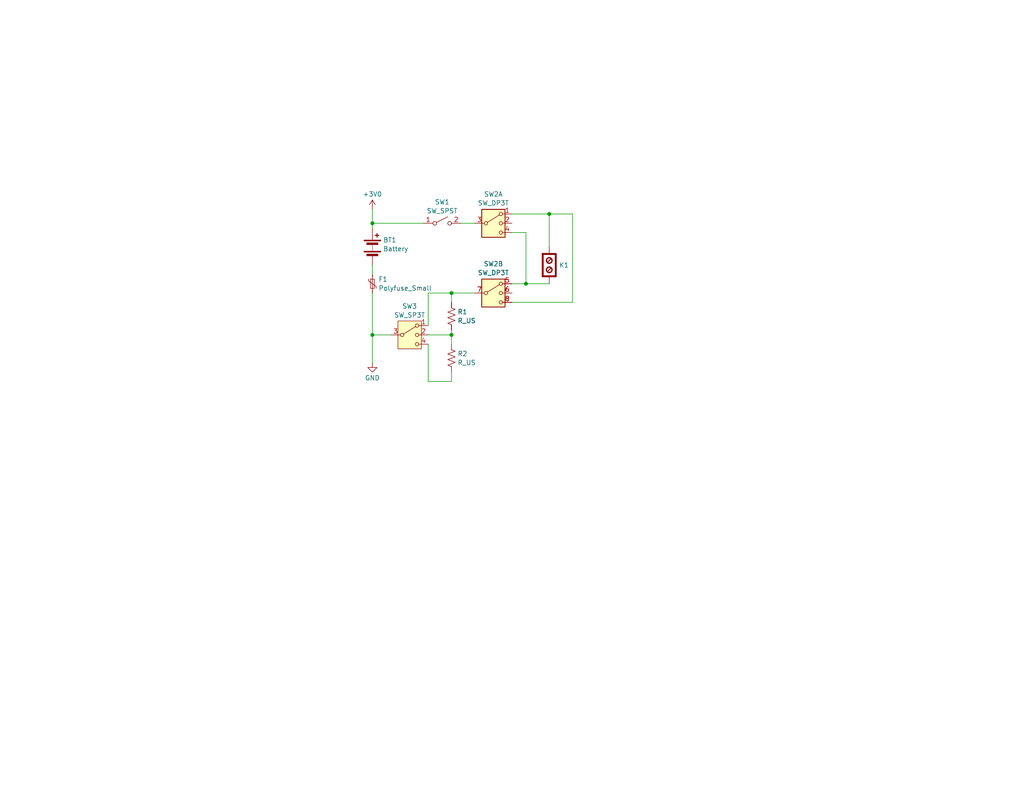
<source format=kicad_sch>
(kicad_sch (version 20231120) (generator "eeschema") (generator_version "8.0")
  (paper "USLetter")
  (title_block (title "Z-Shorty RC-004 Power Supply"))
  (lib_symbols
    (symbol "Device:Battery" (pin_numbers hide) (pin_names (offset 0) hide)
      (property "Reference" "BT" (at 2.54 2.54 0))
      (property "Value" "Battery" (at 2.54 0 0))
      (symbol "Battery_0_1"
        (rectangle (start -2.286 -1.27) (end 2.286 -1.524) (fill (type outline)))
        (rectangle (start -2.286 1.778) (end 2.286 1.524) (fill (type outline)))
        (rectangle (start -1.524 -2.032) (end 1.524 -2.54) (fill (type outline)))
        (rectangle (start -1.524 1.016) (end 1.524 0.508) (fill (type outline)))
        (polyline (pts (xy 0 -1.016) (xy 0 -0.762)))
        (polyline (pts (xy 0 -0.508) (xy 0 -0.254)))
        (polyline (pts (xy 0 0) (xy 0 0.254)))
        (polyline (pts (xy 0 1.778) (xy 0 2.54)))
        (polyline (pts (xy 0.762 3.048) (xy 1.778 3.048)) (stroke (width 0.254)))
        (polyline (pts (xy 1.27 3.556) (xy 1.27 2.54)) (stroke (width 0.254)))
      )
      (symbol "Battery_1_1"
        (pin passive line (at 0 5.08 270) (length 2.54) (name "+") (number "1"))
        (pin passive line (at 0 -5.08 90) (length 2.54) (name "-") (number "2"))
      )
    )
    (symbol "Device:Polyfuse_Small" (pin_numbers hide) (pin_names (offset 0))
      (property "Reference" "F" (at -1.905 0 90))
      (property "Value" "Polyfuse_Small" (at 1.905 0 90))
      (symbol "Polyfuse_Small_0_1"
        (rectangle (start -0.508 1.27) (end 0.508 -1.27))
        (polyline (pts (xy 0 2.54) (xy 0 -2.54)))
        (polyline (pts (xy -1.016 1.27) (xy -1.016 0.762) (xy 1.016 -0.762) (xy 1.016 -1.27)))
      )
      (symbol "Polyfuse_Small_1_1"
        (pin passive line (at 0 2.54 270) (length 0.635) (name "~") (number "1"))
        (pin passive line (at 0 -2.54 90) (length 0.635) (name "~") (number "2"))
      )
    )
    (symbol "Device:R_US" (pin_numbers hide) (pin_names (offset 0))
      (property "Reference" "R" (at 2.54 0 90))
      (property "Value" "R_US" (at -2.54 0 90))
      (symbol "R_US_0_1"
        (polyline (pts (xy 0 -2.286) (xy 0 -2.54)))
        (polyline (pts (xy 0 2.286) (xy 0 2.54)))
        (polyline (pts (xy 0 -0.762) (xy 1.016 -1.143) (xy 0 -1.524) (xy -1.016 -1.905) (xy 0 -2.286)))
        (polyline (pts (xy 0 0.762) (xy 1.016 0.381) (xy 0 0) (xy -1.016 -0.381) (xy 0 -0.762)))
        (polyline (pts (xy 0 2.286) (xy 1.016 1.905) (xy 0 1.524) (xy -1.016 1.143) (xy 0 0.762)))
      )
      (symbol "R_US_1_1"
        (pin passive line (at 0 3.81 270) (length 1.27) (name "~") (number "1"))
        (pin passive line (at 0 -3.81 90) (length 1.27) (name "~") (number "2"))
      )
    )
    (symbol "PCM_Elektuur:K-terminal" (pin_numbers hide) (pin_names (offset 0) hide)
      (property "Reference" "K" (at 2.54 3.175 0))
      (symbol "K-terminal_1_0"
        (circle (center 0 -1.27) (radius 0.762) (stroke (width 0.3556)))
        (polyline (pts (xy 0.5588 -0.7112) (xy -0.5588 -1.8288)) (stroke (width 0.254)))
        (polyline (pts (xy 0.5588 1.8288) (xy -0.5588 0.7112)) (stroke (width 0.254)))
        (circle (center 0 1.27) (radius 0.762) (stroke (width 0.3556)))
        (pin passive line (at 0 5.08 270) (length 1.905) (name "1") (number "1"))
        (pin passive line (at 0 -5.08 90) (length 1.905) (name "2") (number "2"))
      )
      (symbol "K-terminal_1_1"
        (polyline (pts (xy -1.905 3.175) (xy -1.905 -3.175) (xy 1.905 -3.175) (xy 1.905 3.175) (xy -1.905 3.175) (xy -1.651 2.921) (xy 1.651 2.921) (xy 1.651 -2.921) (xy -1.651 -2.921) (xy -1.651 2.921) (xy -1.905 3.175)) (stroke (width 0.254)) (fill (type outline)))
      )
      (symbol "K-terminal_1_2"
        (polyline (pts (xy -0.7874 3.175) (xy -1.905 2.0574) (xy -1.905 -3.175) (xy 1.905 -3.175) (xy 1.905 3.175) (xy -0.7874 3.175) (xy -0.6858 2.921) (xy 1.651 2.921) (xy 1.651 -2.921) (xy -1.651 -2.921) (xy -1.651 1.9558) (xy -0.6858 2.921) (xy -0.7874 3.175)) (stroke (width 0.254)) (fill (type outline)))
      )
    )
    (symbol "Switch:SW_DP3T" (pin_names (offset 0) hide)
      (property "Reference" "SW" (at 0 5.08 0))
      (property "Value" "SW_DP3T" (at 0 -5.08 0))
      (symbol "SW_DP3T_0_1"
        (rectangle (start -3.175 3.81) (end 3.175 -3.81) (stroke (width 0.254)) (fill (type background)))
        (circle (center -2.032 0) (radius 0.4572))
        (polyline (pts (xy -1.651 0.254) (xy 1.651 2.286)))
        (circle (center 2.032 -2.54) (radius 0.4572))
        (circle (center 2.032 0) (radius 0.4572))
        (circle (center 2.032 2.54) (radius 0.4572))
      )
      (symbol "SW_DP3T_1_1"
        (pin passive line (at 5.08 2.54 180) (length 2.54) (name "1") (number "1"))
        (pin passive line (at 5.08 0 180) (length 2.54) (name "2") (number "2"))
        (pin passive line (at -5.08 0 0) (length 2.54) (name "3") (number "3"))
        (pin passive line (at 5.08 -2.54 180) (length 2.54) (name "4") (number "4"))
      )
      (symbol "SW_DP3T_2_1"
        (pin passive line (at 5.08 2.54 180) (length 2.54) (name "5") (number "5"))
        (pin passive line (at 5.08 0 180) (length 2.54) (name "6") (number "6"))
        (pin passive line (at -5.08 0 0) (length 2.54) (name "7") (number "7"))
        (pin passive line (at 5.08 -2.54 180) (length 2.54) (name "8") (number "8"))
      )
    )
    (symbol "Switch:SW_SP3T" (pin_names (offset 0) hide)
      (property "Reference" "SW" (at 0 5.08 0))
      (property "Value" "SW_SP3T" (at 0 -5.08 0))
      (symbol "SW_SP3T_0_1"
        (circle (center -2.032 0) (radius 0.4572))
        (polyline (pts (xy -1.651 0.254) (xy 1.651 2.286)))
        (circle (center 2.032 -2.54) (radius 0.4572))
        (circle (center 2.032 0) (radius 0.4572))
        (circle (center 2.032 2.54) (radius 0.4572))
      )
      (symbol "SW_SP3T_1_1"
        (rectangle (start -3.175 3.81) (end 3.175 -3.81) (fill (type background)))
        (pin passive line (at 5.08 2.54 180) (length 2.54) (name "1") (number "1"))
        (pin passive line (at 5.08 0 180) (length 2.54) (name "2") (number "2"))
        (pin passive line (at -5.08 0 0) (length 2.54) (name "3") (number "3"))
        (pin passive line (at 5.08 -2.54 180) (length 2.54) (name "4") (number "4"))
      )
    )
    (symbol "Switch:SW_SPST" (pin_names (offset 0) hide)
      (property "Reference" "SW" (at 0 3.175 0))
      (property "Value" "SW_SPST" (at 0 -2.54 0))
      (symbol "SW_SPST_0_0"
        (circle (center -2.032 0) (radius 0.508))
        (polyline (pts (xy -1.524 0.254) (xy 1.524 1.778)))
        (circle (center 2.032 0) (radius 0.508))
      )
      (symbol "SW_SPST_1_1"
        (pin passive line (at -5.08 0 0) (length 2.54) (name "A") (number "1"))
        (pin passive line (at 5.08 0 180) (length 2.54) (name "B") (number "2"))
      )
    )
    (symbol "power:+3V0" (power) (pin_names (offset 0))
      (property "Value" "+3V0" (at 0 3.556 0))
      (symbol "+3V0_0_1"
        (polyline (pts (xy -0.762 1.27) (xy 0 2.54)))
        (polyline (pts (xy 0 0) (xy 0 2.54)))
        (polyline (pts (xy 0 2.54) (xy 0.762 1.27)))
      )
      (symbol "+3V0_1_1"
        (pin power_in line (at 0 0 90) (length 0) hide (name "+3V0") (number "1"))
      )
    )
    (symbol "power:GND" (power) (pin_names (offset 0))
      (property "Value" "GND" (at 0 -3.81 0))
      (symbol "GND_0_1"
        (polyline (pts (xy 0 0) (xy 0 -1.27) (xy 1.27 -1.27) (xy 0 -2.54) (xy -1.27 -1.27) (xy 0 -1.27)))
      )
      (symbol "GND_1_1"
        (pin power_in line (at 0 0 270) (length 0) hide (name "GND") (number "1"))
      )
    )
  )
  (junction (at 123.19 91.44))
  (junction (at 143.51 77.47))
  (junction (at 149.86 58.42))
  (junction (at 101.6 91.44))
  (junction (at 123.19 80.01))
  (junction (at 101.6 60.96))
  (wire (pts (xy 139.7 82.55) (xy 156.21 82.55)))
  (wire (pts (xy 101.6 72.39) (xy 101.6 74.93)))
  (wire (pts (xy 156.21 82.55) (xy 156.21 58.42)))
  (wire (pts (xy 143.51 77.47) (xy 149.86 77.47)))
  (wire (pts (xy 101.6 57.15) (xy 101.6 60.96)))
  (wire (pts (xy 123.19 104.14) (xy 116.84 104.14)))
  (wire (pts (xy 123.19 90.17) (xy 123.19 91.44)))
  (wire (pts (xy 129.54 80.01) (xy 123.19 80.01)))
  (wire (pts (xy 101.6 80.01) (xy 101.6 91.44)))
  (wire (pts (xy 101.6 60.96) (xy 101.6 62.23)))
  (wire (pts (xy 125.73 60.96) (xy 129.54 60.96)))
  (wire (pts (xy 139.7 58.42) (xy 149.86 58.42)))
  (wire (pts (xy 116.84 91.44) (xy 123.19 91.44)))
  (wire (pts (xy 123.19 91.44) (xy 123.19 93.98)))
  (wire (pts (xy 139.7 77.47) (xy 143.51 77.47)))
  (wire (pts (xy 101.6 60.96) (xy 115.57 60.96)))
  (wire (pts (xy 149.86 58.42) (xy 149.86 67.31)))
  (wire (pts (xy 116.84 88.9) (xy 116.84 80.01)))
  (wire (pts (xy 123.19 80.01) (xy 123.19 82.55)))
  (wire (pts (xy 143.51 63.5) (xy 143.51 77.47)))
  (wire (pts (xy 101.6 91.44) (xy 101.6 99.06)))
  (wire (pts (xy 156.21 58.42) (xy 149.86 58.42)))
  (wire (pts (xy 106.68 91.44) (xy 101.6 91.44)))
  (wire (pts (xy 116.84 104.14) (xy 116.84 93.98)))
  (wire (pts (xy 139.7 63.5) (xy 143.51 63.5)))
  (wire (pts (xy 123.19 101.6) (xy 123.19 104.14)))
  (wire (pts (xy 116.84 80.01) (xy 123.19 80.01)))
  (symbol (lib_id "Device:Battery") (at 101.6 67.31 0) (unit 1)
    (property "Reference" "BT1" (at 104.521 65.5264 0) (effects (justify left)))
    (property "Value" "Battery" (at 104.521 67.9506 0) (effects (justify left)))
  )
  (symbol (lib_id "Device:R_US") (at 123.19 86.36 0) (unit 1)
    (property "Reference" "R1" (at 124.841 85.1479 0) (effects (justify left)))
    (property "Value" "R_US" (at 124.841 87.5721 0) (effects (justify left)))
  )
  (symbol (lib_id "power:+3V0") (at 101.6 57.15 0) (unit 1)
    (property "Reference" "#PWR01" (effects (hide yes)))
    (property "Value" "+3V0" (at 101.6 53.0169 0))
  )
  (symbol (lib_id "Switch:SW_DP3T") (at 134.62 60.96 0) (unit 1)
    (property "Reference" "SW2" (at 134.62 53.0057 0))
    (property "Value" "SW_DP3T" (at 134.62 55.4299 0))
  )
  (symbol (lib_id "Device:R_US") (at 123.19 97.79 0) (unit 1)
    (property "Reference" "R2" (at 124.841 96.5779 0) (effects (justify left)))
    (property "Value" "R_US" (at 124.841 99.0021 0) (effects (justify left)))
  )
  (symbol (lib_id "Switch:SW_SP3T") (at 111.76 91.44 0) (unit 1)
    (property "Reference" "SW3" (at 111.76 83.6127 0))
    (property "Value" "SW_SP3T" (at 111.76 86.0369 0))
  )
  (symbol (lib_id "PCM_Elektuur:K-terminal") (at 149.86 72.39 0) (unit 1)
    (property "Reference" "K1" (at 152.527 72.39 0) (effects (justify left)))
    (property "Value" "${SIM.PARAMS}" (effects (hide yes)))
    (property "Sim.Pins" "1=1 2=2" (effects (hide yes)))
    (property "Sim.Device" "SPICE" (effects (hide yes)))
    (property "Sim.Params" "type=\"R\" model=\"K-terminal\" lib=\"\"" (effects (hide yes)))
    (property "Indicator" "●" (effects (hide yes)))
  )
  (symbol (lib_id "Switch:SW_SPST") (at 120.65 60.96 0) (unit 1)
    (property "Reference" "SW1" (at 120.65 55.1647 0))
    (property "Value" "SW_SPST" (at 120.65 57.5889 0))
  )
  (symbol (lib_id "power:GND") (at 101.6 99.06 0) (unit 1)
    (property "Reference" "#PWR02" (effects (hide yes)))
    (property "Value" "GND" (at 101.6 103.1931 0))
  )
  (symbol (lib_id "Switch:SW_DP3T") (at 134.62 80.01 0) (unit 2)
    (property "Reference" "SW2" (at 134.62 72.0557 0))
    (property "Value" "SW_DP3T" (at 134.62 74.4799 0))
  )
  (symbol (lib_id "Device:Polyfuse_Small") (at 101.6 77.47 0) (unit 1)
    (property "Reference" "F1" (at 103.251 76.2579 0) (effects (justify left)))
    (property "Value" "Polyfuse_Small" (at 103.251 78.6821 0) (effects (justify left)))
  )
)
</source>
